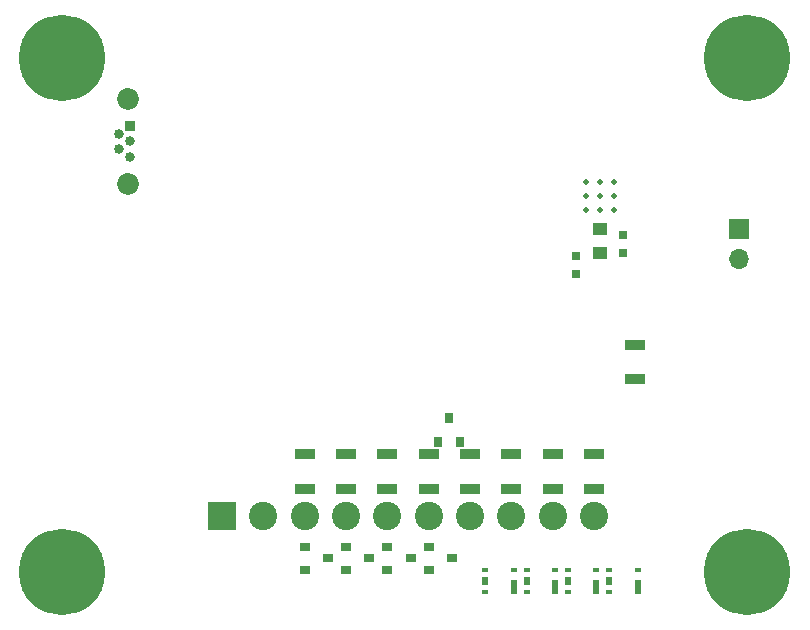
<source format=gbs>
G04 #@! TF.GenerationSoftware,KiCad,Pcbnew,(5.0.0-rc2-dev-390-g2bfbff1)*
G04 #@! TF.CreationDate,2018-04-26T20:39:25-05:00*
G04 #@! TF.ProjectId,WiFi-Gate-Controller,576946692D476174652D436F6E74726F,rev?*
G04 #@! TF.SameCoordinates,Original*
G04 #@! TF.FileFunction,Soldermask,Bot*
G04 #@! TF.FilePolarity,Negative*
%FSLAX46Y46*%
G04 Gerber Fmt 4.6, Leading zero omitted, Abs format (unit mm)*
G04 Created by KiCad (PCBNEW (5.0.0-rc2-dev-390-g2bfbff1)) date Thursday, April 26, 2018 at 08:39:25 PM*
%MOMM*%
%LPD*%
G01*
G04 APERTURE LIST*
%ADD10C,7.300000*%
%ADD11C,2.400000*%
%ADD12R,2.400000X2.400000*%
%ADD13C,1.850000*%
%ADD14C,0.840000*%
%ADD15R,0.840000X0.840000*%
%ADD16C,0.500000*%
%ADD17R,0.750000X0.800000*%
%ADD18R,0.900000X0.800000*%
%ADD19R,0.500000X0.400000*%
%ADD20R,0.500000X0.750000*%
%ADD21R,0.500000X1.300000*%
%ADD22O,1.700000X1.700000*%
%ADD23R,1.700000X1.700000*%
%ADD24R,1.250000X1.000000*%
%ADD25R,0.800000X0.900000*%
%ADD26R,1.700000X0.900000*%
G04 APERTURE END LIST*
D10*
X88000000Y-35500000D03*
X88000000Y-79000000D03*
X30000000Y-79000000D03*
X30000000Y-35500000D03*
D11*
X75000000Y-74250000D03*
X71500000Y-74250000D03*
X68000000Y-74250000D03*
D12*
X43500000Y-74250000D03*
D11*
X64500000Y-74281729D03*
X61000000Y-74250000D03*
X57500000Y-74250000D03*
X54000000Y-74250000D03*
X47000000Y-74250000D03*
X50500000Y-74250000D03*
D13*
X35530000Y-46125000D03*
X35530000Y-38975000D03*
D14*
X35750000Y-43850000D03*
X34750000Y-43200000D03*
X35750000Y-42550000D03*
X34750000Y-41900000D03*
D15*
X35750000Y-41250000D03*
D16*
X75515000Y-47150000D03*
X74315000Y-47150000D03*
X76715000Y-47150000D03*
X74315000Y-45950000D03*
X75515000Y-45950000D03*
X76715000Y-45950000D03*
X74315000Y-48350000D03*
X75515000Y-48350000D03*
X76715000Y-48350000D03*
D17*
X77500000Y-50500000D03*
X77500000Y-52000000D03*
D18*
X50500000Y-78800000D03*
X50500000Y-76900000D03*
X52500000Y-77850000D03*
X56000000Y-77850000D03*
X54000000Y-76900000D03*
X54000000Y-78800000D03*
X57500000Y-78800000D03*
X57500000Y-76900000D03*
X59500000Y-77850000D03*
X63000000Y-77850000D03*
X61000000Y-76900000D03*
X61000000Y-78800000D03*
D19*
X76300000Y-80700000D03*
D20*
X76300000Y-79750000D03*
D19*
X76300000Y-78800000D03*
X78700000Y-78800000D03*
D21*
X78700000Y-80250000D03*
X75200000Y-80250000D03*
D19*
X75200000Y-78800000D03*
X72800000Y-78800000D03*
D20*
X72800000Y-79750000D03*
D19*
X72800000Y-80700000D03*
X69300000Y-80700000D03*
D20*
X69300000Y-79750000D03*
D19*
X69300000Y-78800000D03*
X71700000Y-78800000D03*
D21*
X71700000Y-80250000D03*
X68200000Y-80250000D03*
D19*
X68200000Y-78800000D03*
X65800000Y-78800000D03*
D20*
X65800000Y-79750000D03*
D19*
X65800000Y-80700000D03*
D22*
X87250000Y-52540000D03*
D23*
X87250000Y-50000000D03*
D24*
X75515000Y-50000000D03*
X75515000Y-52000000D03*
D25*
X63700000Y-68000000D03*
X61800000Y-68000000D03*
X62750000Y-66000000D03*
D26*
X50500000Y-69050000D03*
X50500000Y-71950000D03*
X54000000Y-71950000D03*
X54000000Y-69050000D03*
X57500000Y-69050000D03*
X57500000Y-71950000D03*
X61000000Y-69050000D03*
X61000000Y-71950000D03*
X64500000Y-71950000D03*
X64500000Y-69050000D03*
X68000000Y-71950000D03*
X68000000Y-69050000D03*
X71500000Y-69050000D03*
X71500000Y-71950000D03*
X75000000Y-71950000D03*
X75000000Y-69050000D03*
X78500000Y-62700000D03*
X78500000Y-59800000D03*
D17*
X73500000Y-52250000D03*
X73500000Y-53750000D03*
M02*

</source>
